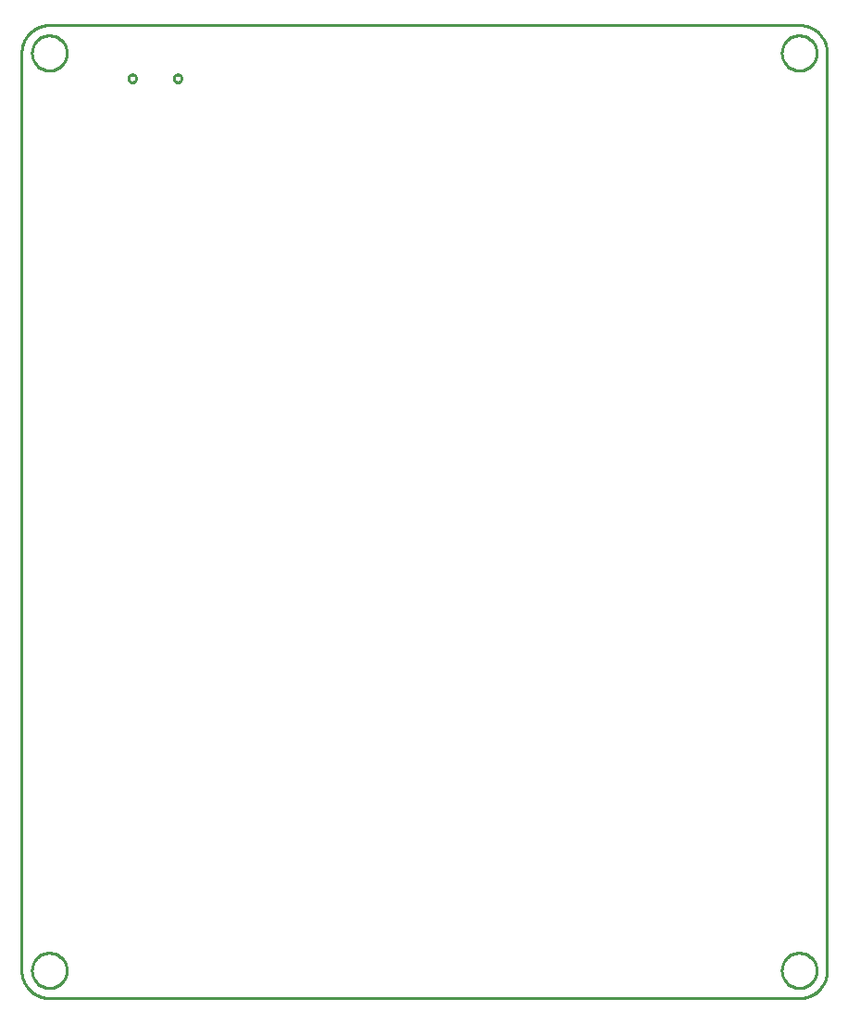
<source format=gbr>
G04 EAGLE Gerber RS-274X export*
G75*
%MOMM*%
%FSLAX34Y34*%
%LPD*%
%IN*%
%IPPOS*%
%AMOC8*
5,1,8,0,0,1.08239X$1,22.5*%
G01*
%ADD10C,0.000000*%
%ADD11C,0.254000*%
%ADD12C,0.254000*%


D10*
X9400Y25400D02*
X9405Y25793D01*
X9419Y26185D01*
X9443Y26577D01*
X9477Y26968D01*
X9520Y27359D01*
X9573Y27748D01*
X9636Y28135D01*
X9707Y28521D01*
X9789Y28906D01*
X9879Y29288D01*
X9980Y29667D01*
X10089Y30045D01*
X10208Y30419D01*
X10335Y30790D01*
X10472Y31158D01*
X10618Y31523D01*
X10773Y31884D01*
X10936Y32241D01*
X11108Y32594D01*
X11289Y32942D01*
X11479Y33286D01*
X11676Y33626D01*
X11882Y33960D01*
X12096Y34289D01*
X12319Y34613D01*
X12549Y34931D01*
X12786Y35244D01*
X13032Y35550D01*
X13285Y35851D01*
X13545Y36145D01*
X13812Y36433D01*
X14086Y36714D01*
X14367Y36988D01*
X14655Y37255D01*
X14949Y37515D01*
X15250Y37768D01*
X15556Y38014D01*
X15869Y38251D01*
X16187Y38481D01*
X16511Y38704D01*
X16840Y38918D01*
X17174Y39124D01*
X17514Y39321D01*
X17858Y39511D01*
X18206Y39692D01*
X18559Y39864D01*
X18916Y40027D01*
X19277Y40182D01*
X19642Y40328D01*
X20010Y40465D01*
X20381Y40592D01*
X20755Y40711D01*
X21133Y40820D01*
X21512Y40921D01*
X21894Y41011D01*
X22279Y41093D01*
X22665Y41164D01*
X23052Y41227D01*
X23441Y41280D01*
X23832Y41323D01*
X24223Y41357D01*
X24615Y41381D01*
X25007Y41395D01*
X25400Y41400D01*
X25793Y41395D01*
X26185Y41381D01*
X26577Y41357D01*
X26968Y41323D01*
X27359Y41280D01*
X27748Y41227D01*
X28135Y41164D01*
X28521Y41093D01*
X28906Y41011D01*
X29288Y40921D01*
X29667Y40820D01*
X30045Y40711D01*
X30419Y40592D01*
X30790Y40465D01*
X31158Y40328D01*
X31523Y40182D01*
X31884Y40027D01*
X32241Y39864D01*
X32594Y39692D01*
X32942Y39511D01*
X33286Y39321D01*
X33626Y39124D01*
X33960Y38918D01*
X34289Y38704D01*
X34613Y38481D01*
X34931Y38251D01*
X35244Y38014D01*
X35550Y37768D01*
X35851Y37515D01*
X36145Y37255D01*
X36433Y36988D01*
X36714Y36714D01*
X36988Y36433D01*
X37255Y36145D01*
X37515Y35851D01*
X37768Y35550D01*
X38014Y35244D01*
X38251Y34931D01*
X38481Y34613D01*
X38704Y34289D01*
X38918Y33960D01*
X39124Y33626D01*
X39321Y33286D01*
X39511Y32942D01*
X39692Y32594D01*
X39864Y32241D01*
X40027Y31884D01*
X40182Y31523D01*
X40328Y31158D01*
X40465Y30790D01*
X40592Y30419D01*
X40711Y30045D01*
X40820Y29667D01*
X40921Y29288D01*
X41011Y28906D01*
X41093Y28521D01*
X41164Y28135D01*
X41227Y27748D01*
X41280Y27359D01*
X41323Y26968D01*
X41357Y26577D01*
X41381Y26185D01*
X41395Y25793D01*
X41400Y25400D01*
X41395Y25007D01*
X41381Y24615D01*
X41357Y24223D01*
X41323Y23832D01*
X41280Y23441D01*
X41227Y23052D01*
X41164Y22665D01*
X41093Y22279D01*
X41011Y21894D01*
X40921Y21512D01*
X40820Y21133D01*
X40711Y20755D01*
X40592Y20381D01*
X40465Y20010D01*
X40328Y19642D01*
X40182Y19277D01*
X40027Y18916D01*
X39864Y18559D01*
X39692Y18206D01*
X39511Y17858D01*
X39321Y17514D01*
X39124Y17174D01*
X38918Y16840D01*
X38704Y16511D01*
X38481Y16187D01*
X38251Y15869D01*
X38014Y15556D01*
X37768Y15250D01*
X37515Y14949D01*
X37255Y14655D01*
X36988Y14367D01*
X36714Y14086D01*
X36433Y13812D01*
X36145Y13545D01*
X35851Y13285D01*
X35550Y13032D01*
X35244Y12786D01*
X34931Y12549D01*
X34613Y12319D01*
X34289Y12096D01*
X33960Y11882D01*
X33626Y11676D01*
X33286Y11479D01*
X32942Y11289D01*
X32594Y11108D01*
X32241Y10936D01*
X31884Y10773D01*
X31523Y10618D01*
X31158Y10472D01*
X30790Y10335D01*
X30419Y10208D01*
X30045Y10089D01*
X29667Y9980D01*
X29288Y9879D01*
X28906Y9789D01*
X28521Y9707D01*
X28135Y9636D01*
X27748Y9573D01*
X27359Y9520D01*
X26968Y9477D01*
X26577Y9443D01*
X26185Y9419D01*
X25793Y9405D01*
X25400Y9400D01*
X25007Y9405D01*
X24615Y9419D01*
X24223Y9443D01*
X23832Y9477D01*
X23441Y9520D01*
X23052Y9573D01*
X22665Y9636D01*
X22279Y9707D01*
X21894Y9789D01*
X21512Y9879D01*
X21133Y9980D01*
X20755Y10089D01*
X20381Y10208D01*
X20010Y10335D01*
X19642Y10472D01*
X19277Y10618D01*
X18916Y10773D01*
X18559Y10936D01*
X18206Y11108D01*
X17858Y11289D01*
X17514Y11479D01*
X17174Y11676D01*
X16840Y11882D01*
X16511Y12096D01*
X16187Y12319D01*
X15869Y12549D01*
X15556Y12786D01*
X15250Y13032D01*
X14949Y13285D01*
X14655Y13545D01*
X14367Y13812D01*
X14086Y14086D01*
X13812Y14367D01*
X13545Y14655D01*
X13285Y14949D01*
X13032Y15250D01*
X12786Y15556D01*
X12549Y15869D01*
X12319Y16187D01*
X12096Y16511D01*
X11882Y16840D01*
X11676Y17174D01*
X11479Y17514D01*
X11289Y17858D01*
X11108Y18206D01*
X10936Y18559D01*
X10773Y18916D01*
X10618Y19277D01*
X10472Y19642D01*
X10335Y20010D01*
X10208Y20381D01*
X10089Y20755D01*
X9980Y21133D01*
X9879Y21512D01*
X9789Y21894D01*
X9707Y22279D01*
X9636Y22665D01*
X9573Y23052D01*
X9520Y23441D01*
X9477Y23832D01*
X9443Y24223D01*
X9419Y24615D01*
X9405Y25007D01*
X9400Y25400D01*
X695200Y25400D02*
X695205Y25793D01*
X695219Y26185D01*
X695243Y26577D01*
X695277Y26968D01*
X695320Y27359D01*
X695373Y27748D01*
X695436Y28135D01*
X695507Y28521D01*
X695589Y28906D01*
X695679Y29288D01*
X695780Y29667D01*
X695889Y30045D01*
X696008Y30419D01*
X696135Y30790D01*
X696272Y31158D01*
X696418Y31523D01*
X696573Y31884D01*
X696736Y32241D01*
X696908Y32594D01*
X697089Y32942D01*
X697279Y33286D01*
X697476Y33626D01*
X697682Y33960D01*
X697896Y34289D01*
X698119Y34613D01*
X698349Y34931D01*
X698586Y35244D01*
X698832Y35550D01*
X699085Y35851D01*
X699345Y36145D01*
X699612Y36433D01*
X699886Y36714D01*
X700167Y36988D01*
X700455Y37255D01*
X700749Y37515D01*
X701050Y37768D01*
X701356Y38014D01*
X701669Y38251D01*
X701987Y38481D01*
X702311Y38704D01*
X702640Y38918D01*
X702974Y39124D01*
X703314Y39321D01*
X703658Y39511D01*
X704006Y39692D01*
X704359Y39864D01*
X704716Y40027D01*
X705077Y40182D01*
X705442Y40328D01*
X705810Y40465D01*
X706181Y40592D01*
X706555Y40711D01*
X706933Y40820D01*
X707312Y40921D01*
X707694Y41011D01*
X708079Y41093D01*
X708465Y41164D01*
X708852Y41227D01*
X709241Y41280D01*
X709632Y41323D01*
X710023Y41357D01*
X710415Y41381D01*
X710807Y41395D01*
X711200Y41400D01*
X711593Y41395D01*
X711985Y41381D01*
X712377Y41357D01*
X712768Y41323D01*
X713159Y41280D01*
X713548Y41227D01*
X713935Y41164D01*
X714321Y41093D01*
X714706Y41011D01*
X715088Y40921D01*
X715467Y40820D01*
X715845Y40711D01*
X716219Y40592D01*
X716590Y40465D01*
X716958Y40328D01*
X717323Y40182D01*
X717684Y40027D01*
X718041Y39864D01*
X718394Y39692D01*
X718742Y39511D01*
X719086Y39321D01*
X719426Y39124D01*
X719760Y38918D01*
X720089Y38704D01*
X720413Y38481D01*
X720731Y38251D01*
X721044Y38014D01*
X721350Y37768D01*
X721651Y37515D01*
X721945Y37255D01*
X722233Y36988D01*
X722514Y36714D01*
X722788Y36433D01*
X723055Y36145D01*
X723315Y35851D01*
X723568Y35550D01*
X723814Y35244D01*
X724051Y34931D01*
X724281Y34613D01*
X724504Y34289D01*
X724718Y33960D01*
X724924Y33626D01*
X725121Y33286D01*
X725311Y32942D01*
X725492Y32594D01*
X725664Y32241D01*
X725827Y31884D01*
X725982Y31523D01*
X726128Y31158D01*
X726265Y30790D01*
X726392Y30419D01*
X726511Y30045D01*
X726620Y29667D01*
X726721Y29288D01*
X726811Y28906D01*
X726893Y28521D01*
X726964Y28135D01*
X727027Y27748D01*
X727080Y27359D01*
X727123Y26968D01*
X727157Y26577D01*
X727181Y26185D01*
X727195Y25793D01*
X727200Y25400D01*
X727195Y25007D01*
X727181Y24615D01*
X727157Y24223D01*
X727123Y23832D01*
X727080Y23441D01*
X727027Y23052D01*
X726964Y22665D01*
X726893Y22279D01*
X726811Y21894D01*
X726721Y21512D01*
X726620Y21133D01*
X726511Y20755D01*
X726392Y20381D01*
X726265Y20010D01*
X726128Y19642D01*
X725982Y19277D01*
X725827Y18916D01*
X725664Y18559D01*
X725492Y18206D01*
X725311Y17858D01*
X725121Y17514D01*
X724924Y17174D01*
X724718Y16840D01*
X724504Y16511D01*
X724281Y16187D01*
X724051Y15869D01*
X723814Y15556D01*
X723568Y15250D01*
X723315Y14949D01*
X723055Y14655D01*
X722788Y14367D01*
X722514Y14086D01*
X722233Y13812D01*
X721945Y13545D01*
X721651Y13285D01*
X721350Y13032D01*
X721044Y12786D01*
X720731Y12549D01*
X720413Y12319D01*
X720089Y12096D01*
X719760Y11882D01*
X719426Y11676D01*
X719086Y11479D01*
X718742Y11289D01*
X718394Y11108D01*
X718041Y10936D01*
X717684Y10773D01*
X717323Y10618D01*
X716958Y10472D01*
X716590Y10335D01*
X716219Y10208D01*
X715845Y10089D01*
X715467Y9980D01*
X715088Y9879D01*
X714706Y9789D01*
X714321Y9707D01*
X713935Y9636D01*
X713548Y9573D01*
X713159Y9520D01*
X712768Y9477D01*
X712377Y9443D01*
X711985Y9419D01*
X711593Y9405D01*
X711200Y9400D01*
X710807Y9405D01*
X710415Y9419D01*
X710023Y9443D01*
X709632Y9477D01*
X709241Y9520D01*
X708852Y9573D01*
X708465Y9636D01*
X708079Y9707D01*
X707694Y9789D01*
X707312Y9879D01*
X706933Y9980D01*
X706555Y10089D01*
X706181Y10208D01*
X705810Y10335D01*
X705442Y10472D01*
X705077Y10618D01*
X704716Y10773D01*
X704359Y10936D01*
X704006Y11108D01*
X703658Y11289D01*
X703314Y11479D01*
X702974Y11676D01*
X702640Y11882D01*
X702311Y12096D01*
X701987Y12319D01*
X701669Y12549D01*
X701356Y12786D01*
X701050Y13032D01*
X700749Y13285D01*
X700455Y13545D01*
X700167Y13812D01*
X699886Y14086D01*
X699612Y14367D01*
X699345Y14655D01*
X699085Y14949D01*
X698832Y15250D01*
X698586Y15556D01*
X698349Y15869D01*
X698119Y16187D01*
X697896Y16511D01*
X697682Y16840D01*
X697476Y17174D01*
X697279Y17514D01*
X697089Y17858D01*
X696908Y18206D01*
X696736Y18559D01*
X696573Y18916D01*
X696418Y19277D01*
X696272Y19642D01*
X696135Y20010D01*
X696008Y20381D01*
X695889Y20755D01*
X695780Y21133D01*
X695679Y21512D01*
X695589Y21894D01*
X695507Y22279D01*
X695436Y22665D01*
X695373Y23052D01*
X695320Y23441D01*
X695277Y23832D01*
X695243Y24223D01*
X695219Y24615D01*
X695205Y25007D01*
X695200Y25400D01*
X695200Y863600D02*
X695205Y863993D01*
X695219Y864385D01*
X695243Y864777D01*
X695277Y865168D01*
X695320Y865559D01*
X695373Y865948D01*
X695436Y866335D01*
X695507Y866721D01*
X695589Y867106D01*
X695679Y867488D01*
X695780Y867867D01*
X695889Y868245D01*
X696008Y868619D01*
X696135Y868990D01*
X696272Y869358D01*
X696418Y869723D01*
X696573Y870084D01*
X696736Y870441D01*
X696908Y870794D01*
X697089Y871142D01*
X697279Y871486D01*
X697476Y871826D01*
X697682Y872160D01*
X697896Y872489D01*
X698119Y872813D01*
X698349Y873131D01*
X698586Y873444D01*
X698832Y873750D01*
X699085Y874051D01*
X699345Y874345D01*
X699612Y874633D01*
X699886Y874914D01*
X700167Y875188D01*
X700455Y875455D01*
X700749Y875715D01*
X701050Y875968D01*
X701356Y876214D01*
X701669Y876451D01*
X701987Y876681D01*
X702311Y876904D01*
X702640Y877118D01*
X702974Y877324D01*
X703314Y877521D01*
X703658Y877711D01*
X704006Y877892D01*
X704359Y878064D01*
X704716Y878227D01*
X705077Y878382D01*
X705442Y878528D01*
X705810Y878665D01*
X706181Y878792D01*
X706555Y878911D01*
X706933Y879020D01*
X707312Y879121D01*
X707694Y879211D01*
X708079Y879293D01*
X708465Y879364D01*
X708852Y879427D01*
X709241Y879480D01*
X709632Y879523D01*
X710023Y879557D01*
X710415Y879581D01*
X710807Y879595D01*
X711200Y879600D01*
X711593Y879595D01*
X711985Y879581D01*
X712377Y879557D01*
X712768Y879523D01*
X713159Y879480D01*
X713548Y879427D01*
X713935Y879364D01*
X714321Y879293D01*
X714706Y879211D01*
X715088Y879121D01*
X715467Y879020D01*
X715845Y878911D01*
X716219Y878792D01*
X716590Y878665D01*
X716958Y878528D01*
X717323Y878382D01*
X717684Y878227D01*
X718041Y878064D01*
X718394Y877892D01*
X718742Y877711D01*
X719086Y877521D01*
X719426Y877324D01*
X719760Y877118D01*
X720089Y876904D01*
X720413Y876681D01*
X720731Y876451D01*
X721044Y876214D01*
X721350Y875968D01*
X721651Y875715D01*
X721945Y875455D01*
X722233Y875188D01*
X722514Y874914D01*
X722788Y874633D01*
X723055Y874345D01*
X723315Y874051D01*
X723568Y873750D01*
X723814Y873444D01*
X724051Y873131D01*
X724281Y872813D01*
X724504Y872489D01*
X724718Y872160D01*
X724924Y871826D01*
X725121Y871486D01*
X725311Y871142D01*
X725492Y870794D01*
X725664Y870441D01*
X725827Y870084D01*
X725982Y869723D01*
X726128Y869358D01*
X726265Y868990D01*
X726392Y868619D01*
X726511Y868245D01*
X726620Y867867D01*
X726721Y867488D01*
X726811Y867106D01*
X726893Y866721D01*
X726964Y866335D01*
X727027Y865948D01*
X727080Y865559D01*
X727123Y865168D01*
X727157Y864777D01*
X727181Y864385D01*
X727195Y863993D01*
X727200Y863600D01*
X727195Y863207D01*
X727181Y862815D01*
X727157Y862423D01*
X727123Y862032D01*
X727080Y861641D01*
X727027Y861252D01*
X726964Y860865D01*
X726893Y860479D01*
X726811Y860094D01*
X726721Y859712D01*
X726620Y859333D01*
X726511Y858955D01*
X726392Y858581D01*
X726265Y858210D01*
X726128Y857842D01*
X725982Y857477D01*
X725827Y857116D01*
X725664Y856759D01*
X725492Y856406D01*
X725311Y856058D01*
X725121Y855714D01*
X724924Y855374D01*
X724718Y855040D01*
X724504Y854711D01*
X724281Y854387D01*
X724051Y854069D01*
X723814Y853756D01*
X723568Y853450D01*
X723315Y853149D01*
X723055Y852855D01*
X722788Y852567D01*
X722514Y852286D01*
X722233Y852012D01*
X721945Y851745D01*
X721651Y851485D01*
X721350Y851232D01*
X721044Y850986D01*
X720731Y850749D01*
X720413Y850519D01*
X720089Y850296D01*
X719760Y850082D01*
X719426Y849876D01*
X719086Y849679D01*
X718742Y849489D01*
X718394Y849308D01*
X718041Y849136D01*
X717684Y848973D01*
X717323Y848818D01*
X716958Y848672D01*
X716590Y848535D01*
X716219Y848408D01*
X715845Y848289D01*
X715467Y848180D01*
X715088Y848079D01*
X714706Y847989D01*
X714321Y847907D01*
X713935Y847836D01*
X713548Y847773D01*
X713159Y847720D01*
X712768Y847677D01*
X712377Y847643D01*
X711985Y847619D01*
X711593Y847605D01*
X711200Y847600D01*
X710807Y847605D01*
X710415Y847619D01*
X710023Y847643D01*
X709632Y847677D01*
X709241Y847720D01*
X708852Y847773D01*
X708465Y847836D01*
X708079Y847907D01*
X707694Y847989D01*
X707312Y848079D01*
X706933Y848180D01*
X706555Y848289D01*
X706181Y848408D01*
X705810Y848535D01*
X705442Y848672D01*
X705077Y848818D01*
X704716Y848973D01*
X704359Y849136D01*
X704006Y849308D01*
X703658Y849489D01*
X703314Y849679D01*
X702974Y849876D01*
X702640Y850082D01*
X702311Y850296D01*
X701987Y850519D01*
X701669Y850749D01*
X701356Y850986D01*
X701050Y851232D01*
X700749Y851485D01*
X700455Y851745D01*
X700167Y852012D01*
X699886Y852286D01*
X699612Y852567D01*
X699345Y852855D01*
X699085Y853149D01*
X698832Y853450D01*
X698586Y853756D01*
X698349Y854069D01*
X698119Y854387D01*
X697896Y854711D01*
X697682Y855040D01*
X697476Y855374D01*
X697279Y855714D01*
X697089Y856058D01*
X696908Y856406D01*
X696736Y856759D01*
X696573Y857116D01*
X696418Y857477D01*
X696272Y857842D01*
X696135Y858210D01*
X696008Y858581D01*
X695889Y858955D01*
X695780Y859333D01*
X695679Y859712D01*
X695589Y860094D01*
X695507Y860479D01*
X695436Y860865D01*
X695373Y861252D01*
X695320Y861641D01*
X695277Y862032D01*
X695243Y862423D01*
X695219Y862815D01*
X695205Y863207D01*
X695200Y863600D01*
X9400Y863600D02*
X9405Y863993D01*
X9419Y864385D01*
X9443Y864777D01*
X9477Y865168D01*
X9520Y865559D01*
X9573Y865948D01*
X9636Y866335D01*
X9707Y866721D01*
X9789Y867106D01*
X9879Y867488D01*
X9980Y867867D01*
X10089Y868245D01*
X10208Y868619D01*
X10335Y868990D01*
X10472Y869358D01*
X10618Y869723D01*
X10773Y870084D01*
X10936Y870441D01*
X11108Y870794D01*
X11289Y871142D01*
X11479Y871486D01*
X11676Y871826D01*
X11882Y872160D01*
X12096Y872489D01*
X12319Y872813D01*
X12549Y873131D01*
X12786Y873444D01*
X13032Y873750D01*
X13285Y874051D01*
X13545Y874345D01*
X13812Y874633D01*
X14086Y874914D01*
X14367Y875188D01*
X14655Y875455D01*
X14949Y875715D01*
X15250Y875968D01*
X15556Y876214D01*
X15869Y876451D01*
X16187Y876681D01*
X16511Y876904D01*
X16840Y877118D01*
X17174Y877324D01*
X17514Y877521D01*
X17858Y877711D01*
X18206Y877892D01*
X18559Y878064D01*
X18916Y878227D01*
X19277Y878382D01*
X19642Y878528D01*
X20010Y878665D01*
X20381Y878792D01*
X20755Y878911D01*
X21133Y879020D01*
X21512Y879121D01*
X21894Y879211D01*
X22279Y879293D01*
X22665Y879364D01*
X23052Y879427D01*
X23441Y879480D01*
X23832Y879523D01*
X24223Y879557D01*
X24615Y879581D01*
X25007Y879595D01*
X25400Y879600D01*
X25793Y879595D01*
X26185Y879581D01*
X26577Y879557D01*
X26968Y879523D01*
X27359Y879480D01*
X27748Y879427D01*
X28135Y879364D01*
X28521Y879293D01*
X28906Y879211D01*
X29288Y879121D01*
X29667Y879020D01*
X30045Y878911D01*
X30419Y878792D01*
X30790Y878665D01*
X31158Y878528D01*
X31523Y878382D01*
X31884Y878227D01*
X32241Y878064D01*
X32594Y877892D01*
X32942Y877711D01*
X33286Y877521D01*
X33626Y877324D01*
X33960Y877118D01*
X34289Y876904D01*
X34613Y876681D01*
X34931Y876451D01*
X35244Y876214D01*
X35550Y875968D01*
X35851Y875715D01*
X36145Y875455D01*
X36433Y875188D01*
X36714Y874914D01*
X36988Y874633D01*
X37255Y874345D01*
X37515Y874051D01*
X37768Y873750D01*
X38014Y873444D01*
X38251Y873131D01*
X38481Y872813D01*
X38704Y872489D01*
X38918Y872160D01*
X39124Y871826D01*
X39321Y871486D01*
X39511Y871142D01*
X39692Y870794D01*
X39864Y870441D01*
X40027Y870084D01*
X40182Y869723D01*
X40328Y869358D01*
X40465Y868990D01*
X40592Y868619D01*
X40711Y868245D01*
X40820Y867867D01*
X40921Y867488D01*
X41011Y867106D01*
X41093Y866721D01*
X41164Y866335D01*
X41227Y865948D01*
X41280Y865559D01*
X41323Y865168D01*
X41357Y864777D01*
X41381Y864385D01*
X41395Y863993D01*
X41400Y863600D01*
X41395Y863207D01*
X41381Y862815D01*
X41357Y862423D01*
X41323Y862032D01*
X41280Y861641D01*
X41227Y861252D01*
X41164Y860865D01*
X41093Y860479D01*
X41011Y860094D01*
X40921Y859712D01*
X40820Y859333D01*
X40711Y858955D01*
X40592Y858581D01*
X40465Y858210D01*
X40328Y857842D01*
X40182Y857477D01*
X40027Y857116D01*
X39864Y856759D01*
X39692Y856406D01*
X39511Y856058D01*
X39321Y855714D01*
X39124Y855374D01*
X38918Y855040D01*
X38704Y854711D01*
X38481Y854387D01*
X38251Y854069D01*
X38014Y853756D01*
X37768Y853450D01*
X37515Y853149D01*
X37255Y852855D01*
X36988Y852567D01*
X36714Y852286D01*
X36433Y852012D01*
X36145Y851745D01*
X35851Y851485D01*
X35550Y851232D01*
X35244Y850986D01*
X34931Y850749D01*
X34613Y850519D01*
X34289Y850296D01*
X33960Y850082D01*
X33626Y849876D01*
X33286Y849679D01*
X32942Y849489D01*
X32594Y849308D01*
X32241Y849136D01*
X31884Y848973D01*
X31523Y848818D01*
X31158Y848672D01*
X30790Y848535D01*
X30419Y848408D01*
X30045Y848289D01*
X29667Y848180D01*
X29288Y848079D01*
X28906Y847989D01*
X28521Y847907D01*
X28135Y847836D01*
X27748Y847773D01*
X27359Y847720D01*
X26968Y847677D01*
X26577Y847643D01*
X26185Y847619D01*
X25793Y847605D01*
X25400Y847600D01*
X25007Y847605D01*
X24615Y847619D01*
X24223Y847643D01*
X23832Y847677D01*
X23441Y847720D01*
X23052Y847773D01*
X22665Y847836D01*
X22279Y847907D01*
X21894Y847989D01*
X21512Y848079D01*
X21133Y848180D01*
X20755Y848289D01*
X20381Y848408D01*
X20010Y848535D01*
X19642Y848672D01*
X19277Y848818D01*
X18916Y848973D01*
X18559Y849136D01*
X18206Y849308D01*
X17858Y849489D01*
X17514Y849679D01*
X17174Y849876D01*
X16840Y850082D01*
X16511Y850296D01*
X16187Y850519D01*
X15869Y850749D01*
X15556Y850986D01*
X15250Y851232D01*
X14949Y851485D01*
X14655Y851745D01*
X14367Y852012D01*
X14086Y852286D01*
X13812Y852567D01*
X13545Y852855D01*
X13285Y853149D01*
X13032Y853450D01*
X12786Y853756D01*
X12549Y854069D01*
X12319Y854387D01*
X12096Y854711D01*
X11882Y855040D01*
X11676Y855374D01*
X11479Y855714D01*
X11289Y856058D01*
X11108Y856406D01*
X10936Y856759D01*
X10773Y857116D01*
X10618Y857477D01*
X10472Y857842D01*
X10335Y858210D01*
X10208Y858581D01*
X10089Y858955D01*
X9980Y859333D01*
X9879Y859712D01*
X9789Y860094D01*
X9707Y860479D01*
X9636Y860865D01*
X9573Y861252D01*
X9520Y861641D01*
X9477Y862032D01*
X9443Y862423D01*
X9419Y862815D01*
X9405Y863207D01*
X9400Y863600D01*
D11*
X0Y25400D02*
X7Y24786D01*
X30Y24173D01*
X67Y23560D01*
X119Y22949D01*
X185Y22338D01*
X267Y21730D01*
X363Y21124D01*
X473Y20520D01*
X598Y19919D01*
X738Y19321D01*
X892Y18727D01*
X1061Y18137D01*
X1243Y17551D01*
X1440Y16970D01*
X1651Y16393D01*
X1875Y15822D01*
X2113Y15256D01*
X2365Y14696D01*
X2631Y14143D01*
X2909Y13596D01*
X3201Y13056D01*
X3506Y12523D01*
X3824Y11998D01*
X4154Y11480D01*
X4496Y10971D01*
X4851Y10470D01*
X5218Y9978D01*
X5596Y9495D01*
X5986Y9021D01*
X6388Y8557D01*
X6800Y8102D01*
X7224Y7658D01*
X7658Y7224D01*
X8102Y6800D01*
X8557Y6388D01*
X9021Y5986D01*
X9495Y5596D01*
X9978Y5218D01*
X10470Y4851D01*
X10971Y4496D01*
X11480Y4154D01*
X11998Y3824D01*
X12523Y3506D01*
X13056Y3201D01*
X13596Y2909D01*
X14143Y2631D01*
X14696Y2365D01*
X15256Y2113D01*
X15822Y1875D01*
X16393Y1651D01*
X16970Y1440D01*
X17551Y1243D01*
X18137Y1061D01*
X18727Y892D01*
X19321Y738D01*
X19919Y598D01*
X20520Y473D01*
X21124Y363D01*
X21730Y267D01*
X22338Y185D01*
X22949Y119D01*
X23560Y67D01*
X24173Y30D01*
X24786Y7D01*
X25400Y0D01*
X0Y25400D02*
X0Y863600D01*
X7Y864214D01*
X30Y864827D01*
X67Y865440D01*
X119Y866051D01*
X185Y866662D01*
X267Y867270D01*
X363Y867876D01*
X473Y868480D01*
X598Y869081D01*
X738Y869679D01*
X892Y870273D01*
X1061Y870863D01*
X1243Y871449D01*
X1440Y872030D01*
X1651Y872607D01*
X1875Y873178D01*
X2113Y873744D01*
X2365Y874304D01*
X2631Y874857D01*
X2909Y875404D01*
X3201Y875944D01*
X3506Y876477D01*
X3824Y877002D01*
X4154Y877520D01*
X4496Y878029D01*
X4851Y878530D01*
X5218Y879022D01*
X5596Y879505D01*
X5986Y879979D01*
X6388Y880443D01*
X6800Y880898D01*
X7224Y881342D01*
X7658Y881776D01*
X8102Y882200D01*
X8557Y882612D01*
X9021Y883014D01*
X9495Y883404D01*
X9978Y883782D01*
X10470Y884149D01*
X10971Y884504D01*
X11480Y884846D01*
X11998Y885176D01*
X12523Y885494D01*
X13056Y885799D01*
X13596Y886091D01*
X14143Y886369D01*
X14696Y886635D01*
X15256Y886887D01*
X15822Y887125D01*
X16393Y887349D01*
X16970Y887560D01*
X17551Y887757D01*
X18137Y887939D01*
X18727Y888108D01*
X19321Y888262D01*
X19919Y888402D01*
X20520Y888527D01*
X21124Y888637D01*
X21730Y888733D01*
X22338Y888815D01*
X22949Y888881D01*
X23560Y888933D01*
X24173Y888970D01*
X24786Y888993D01*
X25400Y889000D01*
X711200Y889000D01*
X711200Y0D02*
X25400Y0D01*
X711200Y0D02*
X711814Y7D01*
X712427Y30D01*
X713040Y67D01*
X713651Y119D01*
X714262Y185D01*
X714870Y267D01*
X715476Y363D01*
X716080Y473D01*
X716681Y598D01*
X717279Y738D01*
X717873Y892D01*
X718463Y1061D01*
X719049Y1243D01*
X719630Y1440D01*
X720207Y1651D01*
X720778Y1875D01*
X721344Y2113D01*
X721904Y2365D01*
X722457Y2631D01*
X723004Y2909D01*
X723544Y3201D01*
X724077Y3506D01*
X724602Y3824D01*
X725120Y4154D01*
X725629Y4496D01*
X726130Y4851D01*
X726622Y5218D01*
X727105Y5596D01*
X727579Y5986D01*
X728043Y6388D01*
X728498Y6800D01*
X728942Y7224D01*
X729376Y7658D01*
X729800Y8102D01*
X730212Y8557D01*
X730614Y9021D01*
X731004Y9495D01*
X731382Y9978D01*
X731749Y10470D01*
X732104Y10971D01*
X732446Y11480D01*
X732776Y11998D01*
X733094Y12523D01*
X733399Y13056D01*
X733691Y13596D01*
X733969Y14143D01*
X734235Y14696D01*
X734487Y15256D01*
X734725Y15822D01*
X734949Y16393D01*
X735160Y16970D01*
X735357Y17551D01*
X735539Y18137D01*
X735708Y18727D01*
X735862Y19321D01*
X736002Y19919D01*
X736127Y20520D01*
X736237Y21124D01*
X736333Y21730D01*
X736415Y22338D01*
X736481Y22949D01*
X736533Y23560D01*
X736570Y24173D01*
X736593Y24786D01*
X736600Y25400D01*
X736600Y863600D01*
X736593Y864214D01*
X736570Y864827D01*
X736533Y865440D01*
X736481Y866051D01*
X736415Y866662D01*
X736333Y867270D01*
X736237Y867876D01*
X736127Y868480D01*
X736002Y869081D01*
X735862Y869679D01*
X735708Y870273D01*
X735539Y870863D01*
X735357Y871449D01*
X735160Y872030D01*
X734949Y872607D01*
X734725Y873178D01*
X734487Y873744D01*
X734235Y874304D01*
X733969Y874857D01*
X733691Y875404D01*
X733399Y875944D01*
X733094Y876477D01*
X732776Y877002D01*
X732446Y877520D01*
X732104Y878029D01*
X731749Y878530D01*
X731382Y879022D01*
X731004Y879505D01*
X730614Y879979D01*
X730212Y880443D01*
X729800Y880898D01*
X729376Y881342D01*
X728942Y881776D01*
X728498Y882200D01*
X728043Y882612D01*
X727579Y883014D01*
X727105Y883404D01*
X726622Y883782D01*
X726130Y884149D01*
X725629Y884504D01*
X725120Y884846D01*
X724602Y885176D01*
X724077Y885494D01*
X723544Y885799D01*
X723004Y886091D01*
X722457Y886369D01*
X721904Y886635D01*
X721344Y886887D01*
X720778Y887125D01*
X720207Y887349D01*
X719630Y887560D01*
X719049Y887757D01*
X718463Y887939D01*
X717873Y888108D01*
X717279Y888262D01*
X716681Y888402D01*
X716080Y888527D01*
X715476Y888637D01*
X714870Y888733D01*
X714262Y888815D01*
X713651Y888881D01*
X713040Y888933D01*
X712427Y888970D01*
X711814Y888993D01*
X711200Y889000D01*
D10*
X139170Y840370D02*
X139172Y840488D01*
X139178Y840606D01*
X139188Y840724D01*
X139202Y840841D01*
X139220Y840958D01*
X139242Y841075D01*
X139267Y841190D01*
X139297Y841304D01*
X139331Y841418D01*
X139368Y841530D01*
X139409Y841641D01*
X139454Y841750D01*
X139502Y841858D01*
X139554Y841964D01*
X139610Y842069D01*
X139669Y842171D01*
X139731Y842271D01*
X139797Y842369D01*
X139866Y842465D01*
X139939Y842559D01*
X140014Y842650D01*
X140093Y842738D01*
X140174Y842824D01*
X140259Y842907D01*
X140346Y842987D01*
X140435Y843064D01*
X140528Y843138D01*
X140622Y843208D01*
X140719Y843276D01*
X140819Y843340D01*
X140920Y843401D01*
X141023Y843458D01*
X141129Y843512D01*
X141236Y843563D01*
X141344Y843609D01*
X141454Y843652D01*
X141566Y843691D01*
X141679Y843727D01*
X141793Y843758D01*
X141908Y843786D01*
X142023Y843810D01*
X142140Y843830D01*
X142257Y843846D01*
X142375Y843858D01*
X142493Y843866D01*
X142611Y843870D01*
X142729Y843870D01*
X142847Y843866D01*
X142965Y843858D01*
X143083Y843846D01*
X143200Y843830D01*
X143317Y843810D01*
X143432Y843786D01*
X143547Y843758D01*
X143661Y843727D01*
X143774Y843691D01*
X143886Y843652D01*
X143996Y843609D01*
X144104Y843563D01*
X144211Y843512D01*
X144317Y843458D01*
X144420Y843401D01*
X144521Y843340D01*
X144621Y843276D01*
X144718Y843208D01*
X144812Y843138D01*
X144905Y843064D01*
X144994Y842987D01*
X145081Y842907D01*
X145166Y842824D01*
X145247Y842738D01*
X145326Y842650D01*
X145401Y842559D01*
X145474Y842465D01*
X145543Y842369D01*
X145609Y842271D01*
X145671Y842171D01*
X145730Y842069D01*
X145786Y841964D01*
X145838Y841858D01*
X145886Y841750D01*
X145931Y841641D01*
X145972Y841530D01*
X146009Y841418D01*
X146043Y841304D01*
X146073Y841190D01*
X146098Y841075D01*
X146120Y840958D01*
X146138Y840841D01*
X146152Y840724D01*
X146162Y840606D01*
X146168Y840488D01*
X146170Y840370D01*
X146168Y840252D01*
X146162Y840134D01*
X146152Y840016D01*
X146138Y839899D01*
X146120Y839782D01*
X146098Y839665D01*
X146073Y839550D01*
X146043Y839436D01*
X146009Y839322D01*
X145972Y839210D01*
X145931Y839099D01*
X145886Y838990D01*
X145838Y838882D01*
X145786Y838776D01*
X145730Y838671D01*
X145671Y838569D01*
X145609Y838469D01*
X145543Y838371D01*
X145474Y838275D01*
X145401Y838181D01*
X145326Y838090D01*
X145247Y838002D01*
X145166Y837916D01*
X145081Y837833D01*
X144994Y837753D01*
X144905Y837676D01*
X144812Y837602D01*
X144718Y837532D01*
X144621Y837464D01*
X144521Y837400D01*
X144420Y837339D01*
X144317Y837282D01*
X144211Y837228D01*
X144104Y837177D01*
X143996Y837131D01*
X143886Y837088D01*
X143774Y837049D01*
X143661Y837013D01*
X143547Y836982D01*
X143432Y836954D01*
X143317Y836930D01*
X143200Y836910D01*
X143083Y836894D01*
X142965Y836882D01*
X142847Y836874D01*
X142729Y836870D01*
X142611Y836870D01*
X142493Y836874D01*
X142375Y836882D01*
X142257Y836894D01*
X142140Y836910D01*
X142023Y836930D01*
X141908Y836954D01*
X141793Y836982D01*
X141679Y837013D01*
X141566Y837049D01*
X141454Y837088D01*
X141344Y837131D01*
X141236Y837177D01*
X141129Y837228D01*
X141023Y837282D01*
X140920Y837339D01*
X140819Y837400D01*
X140719Y837464D01*
X140622Y837532D01*
X140528Y837602D01*
X140435Y837676D01*
X140346Y837753D01*
X140259Y837833D01*
X140174Y837916D01*
X140093Y838002D01*
X140014Y838090D01*
X139939Y838181D01*
X139866Y838275D01*
X139797Y838371D01*
X139731Y838469D01*
X139669Y838569D01*
X139610Y838671D01*
X139554Y838776D01*
X139502Y838882D01*
X139454Y838990D01*
X139409Y839099D01*
X139368Y839210D01*
X139331Y839322D01*
X139297Y839436D01*
X139267Y839550D01*
X139242Y839665D01*
X139220Y839782D01*
X139202Y839899D01*
X139188Y840016D01*
X139178Y840134D01*
X139172Y840252D01*
X139170Y840370D01*
X97670Y840370D02*
X97672Y840488D01*
X97678Y840606D01*
X97688Y840724D01*
X97702Y840841D01*
X97720Y840958D01*
X97742Y841075D01*
X97767Y841190D01*
X97797Y841304D01*
X97831Y841418D01*
X97868Y841530D01*
X97909Y841641D01*
X97954Y841750D01*
X98002Y841858D01*
X98054Y841964D01*
X98110Y842069D01*
X98169Y842171D01*
X98231Y842271D01*
X98297Y842369D01*
X98366Y842465D01*
X98439Y842559D01*
X98514Y842650D01*
X98593Y842738D01*
X98674Y842824D01*
X98759Y842907D01*
X98846Y842987D01*
X98935Y843064D01*
X99028Y843138D01*
X99122Y843208D01*
X99219Y843276D01*
X99319Y843340D01*
X99420Y843401D01*
X99523Y843458D01*
X99629Y843512D01*
X99736Y843563D01*
X99844Y843609D01*
X99954Y843652D01*
X100066Y843691D01*
X100179Y843727D01*
X100293Y843758D01*
X100408Y843786D01*
X100523Y843810D01*
X100640Y843830D01*
X100757Y843846D01*
X100875Y843858D01*
X100993Y843866D01*
X101111Y843870D01*
X101229Y843870D01*
X101347Y843866D01*
X101465Y843858D01*
X101583Y843846D01*
X101700Y843830D01*
X101817Y843810D01*
X101932Y843786D01*
X102047Y843758D01*
X102161Y843727D01*
X102274Y843691D01*
X102386Y843652D01*
X102496Y843609D01*
X102604Y843563D01*
X102711Y843512D01*
X102817Y843458D01*
X102920Y843401D01*
X103021Y843340D01*
X103121Y843276D01*
X103218Y843208D01*
X103312Y843138D01*
X103405Y843064D01*
X103494Y842987D01*
X103581Y842907D01*
X103666Y842824D01*
X103747Y842738D01*
X103826Y842650D01*
X103901Y842559D01*
X103974Y842465D01*
X104043Y842369D01*
X104109Y842271D01*
X104171Y842171D01*
X104230Y842069D01*
X104286Y841964D01*
X104338Y841858D01*
X104386Y841750D01*
X104431Y841641D01*
X104472Y841530D01*
X104509Y841418D01*
X104543Y841304D01*
X104573Y841190D01*
X104598Y841075D01*
X104620Y840958D01*
X104638Y840841D01*
X104652Y840724D01*
X104662Y840606D01*
X104668Y840488D01*
X104670Y840370D01*
X104668Y840252D01*
X104662Y840134D01*
X104652Y840016D01*
X104638Y839899D01*
X104620Y839782D01*
X104598Y839665D01*
X104573Y839550D01*
X104543Y839436D01*
X104509Y839322D01*
X104472Y839210D01*
X104431Y839099D01*
X104386Y838990D01*
X104338Y838882D01*
X104286Y838776D01*
X104230Y838671D01*
X104171Y838569D01*
X104109Y838469D01*
X104043Y838371D01*
X103974Y838275D01*
X103901Y838181D01*
X103826Y838090D01*
X103747Y838002D01*
X103666Y837916D01*
X103581Y837833D01*
X103494Y837753D01*
X103405Y837676D01*
X103312Y837602D01*
X103218Y837532D01*
X103121Y837464D01*
X103021Y837400D01*
X102920Y837339D01*
X102817Y837282D01*
X102711Y837228D01*
X102604Y837177D01*
X102496Y837131D01*
X102386Y837088D01*
X102274Y837049D01*
X102161Y837013D01*
X102047Y836982D01*
X101932Y836954D01*
X101817Y836930D01*
X101700Y836910D01*
X101583Y836894D01*
X101465Y836882D01*
X101347Y836874D01*
X101229Y836870D01*
X101111Y836870D01*
X100993Y836874D01*
X100875Y836882D01*
X100757Y836894D01*
X100640Y836910D01*
X100523Y836930D01*
X100408Y836954D01*
X100293Y836982D01*
X100179Y837013D01*
X100066Y837049D01*
X99954Y837088D01*
X99844Y837131D01*
X99736Y837177D01*
X99629Y837228D01*
X99523Y837282D01*
X99420Y837339D01*
X99319Y837400D01*
X99219Y837464D01*
X99122Y837532D01*
X99028Y837602D01*
X98935Y837676D01*
X98846Y837753D01*
X98759Y837833D01*
X98674Y837916D01*
X98593Y838002D01*
X98514Y838090D01*
X98439Y838181D01*
X98366Y838275D01*
X98297Y838371D01*
X98231Y838469D01*
X98169Y838569D01*
X98110Y838671D01*
X98054Y838776D01*
X98002Y838882D01*
X97954Y838990D01*
X97909Y839099D01*
X97868Y839210D01*
X97831Y839322D01*
X97797Y839436D01*
X97767Y839550D01*
X97742Y839665D01*
X97720Y839782D01*
X97702Y839899D01*
X97688Y840016D01*
X97678Y840134D01*
X97672Y840252D01*
X97670Y840370D01*
D12*
X0Y25400D02*
X97Y23186D01*
X386Y20989D01*
X865Y18826D01*
X1532Y16713D01*
X2380Y14666D01*
X3403Y12700D01*
X4594Y10831D01*
X5942Y9073D01*
X7440Y7440D01*
X9073Y5942D01*
X10831Y4594D01*
X12700Y3403D01*
X14666Y2380D01*
X16713Y1532D01*
X18826Y865D01*
X20989Y386D01*
X23186Y97D01*
X25400Y0D01*
X711200Y0D01*
X713414Y97D01*
X715611Y386D01*
X717774Y865D01*
X719887Y1532D01*
X721935Y2380D01*
X723900Y3403D01*
X725769Y4594D01*
X727527Y5942D01*
X729161Y7440D01*
X730658Y9073D01*
X732006Y10831D01*
X733197Y12700D01*
X734220Y14666D01*
X735068Y16713D01*
X735735Y18826D01*
X736214Y20989D01*
X736503Y23186D01*
X736600Y25400D01*
X736600Y863600D01*
X736503Y865814D01*
X736214Y868011D01*
X735735Y870174D01*
X735068Y872287D01*
X734220Y874335D01*
X733197Y876300D01*
X732006Y878169D01*
X730658Y879927D01*
X729161Y881561D01*
X727527Y883058D01*
X725769Y884406D01*
X723900Y885597D01*
X721935Y886620D01*
X719887Y887468D01*
X717774Y888135D01*
X715611Y888614D01*
X713414Y888903D01*
X711200Y889000D01*
X25400Y889000D01*
X23186Y888903D01*
X20989Y888614D01*
X18826Y888135D01*
X16713Y887468D01*
X14666Y886620D01*
X12700Y885597D01*
X10831Y884406D01*
X9073Y883058D01*
X7440Y881561D01*
X5942Y879927D01*
X4594Y878169D01*
X3403Y876300D01*
X2380Y874335D01*
X1532Y872287D01*
X865Y870174D01*
X386Y868011D01*
X97Y865814D01*
X0Y863600D01*
X0Y25400D01*
X41400Y24876D02*
X41332Y23831D01*
X41195Y22792D01*
X40990Y21765D01*
X40719Y20753D01*
X40383Y19761D01*
X39982Y18793D01*
X39518Y17854D01*
X38995Y16946D01*
X38413Y16075D01*
X37775Y15244D01*
X37084Y14457D01*
X36343Y13716D01*
X35556Y13025D01*
X34725Y12388D01*
X33854Y11806D01*
X32946Y11282D01*
X32007Y10818D01*
X31039Y10417D01*
X30047Y10081D01*
X29035Y9810D01*
X28008Y9605D01*
X26969Y9469D01*
X25924Y9400D01*
X24876Y9400D01*
X23831Y9469D01*
X22792Y9605D01*
X21765Y9810D01*
X20753Y10081D01*
X19761Y10417D01*
X18793Y10818D01*
X17854Y11282D01*
X16946Y11806D01*
X16075Y12388D01*
X15244Y13025D01*
X14457Y13716D01*
X13716Y14457D01*
X13025Y15244D01*
X12388Y16075D01*
X11806Y16946D01*
X11282Y17854D01*
X10818Y18793D01*
X10417Y19761D01*
X10081Y20753D01*
X9810Y21765D01*
X9605Y22792D01*
X9469Y23831D01*
X9400Y24876D01*
X9400Y25924D01*
X9469Y26969D01*
X9605Y28008D01*
X9810Y29035D01*
X10081Y30047D01*
X10417Y31039D01*
X10818Y32007D01*
X11282Y32946D01*
X11806Y33854D01*
X12388Y34725D01*
X13025Y35556D01*
X13716Y36343D01*
X14457Y37084D01*
X15244Y37775D01*
X16075Y38413D01*
X16946Y38995D01*
X17854Y39518D01*
X18793Y39982D01*
X19761Y40383D01*
X20753Y40719D01*
X21765Y40990D01*
X22792Y41195D01*
X23831Y41332D01*
X24876Y41400D01*
X25924Y41400D01*
X26969Y41332D01*
X28008Y41195D01*
X29035Y40990D01*
X30047Y40719D01*
X31039Y40383D01*
X32007Y39982D01*
X32946Y39518D01*
X33854Y38995D01*
X34725Y38413D01*
X35556Y37775D01*
X36343Y37084D01*
X37084Y36343D01*
X37775Y35556D01*
X38413Y34725D01*
X38995Y33854D01*
X39518Y32946D01*
X39982Y32007D01*
X40383Y31039D01*
X40719Y30047D01*
X40990Y29035D01*
X41195Y28008D01*
X41332Y26969D01*
X41400Y25924D01*
X41400Y24876D01*
X727200Y24876D02*
X727132Y23831D01*
X726995Y22792D01*
X726790Y21765D01*
X726519Y20753D01*
X726183Y19761D01*
X725782Y18793D01*
X725318Y17854D01*
X724795Y16946D01*
X724213Y16075D01*
X723575Y15244D01*
X722884Y14457D01*
X722143Y13716D01*
X721356Y13025D01*
X720525Y12388D01*
X719654Y11806D01*
X718746Y11282D01*
X717807Y10818D01*
X716839Y10417D01*
X715847Y10081D01*
X714835Y9810D01*
X713808Y9605D01*
X712769Y9469D01*
X711724Y9400D01*
X710676Y9400D01*
X709631Y9469D01*
X708592Y9605D01*
X707565Y9810D01*
X706553Y10081D01*
X705561Y10417D01*
X704593Y10818D01*
X703654Y11282D01*
X702746Y11806D01*
X701875Y12388D01*
X701044Y13025D01*
X700257Y13716D01*
X699516Y14457D01*
X698825Y15244D01*
X698188Y16075D01*
X697606Y16946D01*
X697082Y17854D01*
X696618Y18793D01*
X696217Y19761D01*
X695881Y20753D01*
X695610Y21765D01*
X695405Y22792D01*
X695269Y23831D01*
X695200Y24876D01*
X695200Y25924D01*
X695269Y26969D01*
X695405Y28008D01*
X695610Y29035D01*
X695881Y30047D01*
X696217Y31039D01*
X696618Y32007D01*
X697082Y32946D01*
X697606Y33854D01*
X698188Y34725D01*
X698825Y35556D01*
X699516Y36343D01*
X700257Y37084D01*
X701044Y37775D01*
X701875Y38413D01*
X702746Y38995D01*
X703654Y39518D01*
X704593Y39982D01*
X705561Y40383D01*
X706553Y40719D01*
X707565Y40990D01*
X708592Y41195D01*
X709631Y41332D01*
X710676Y41400D01*
X711724Y41400D01*
X712769Y41332D01*
X713808Y41195D01*
X714835Y40990D01*
X715847Y40719D01*
X716839Y40383D01*
X717807Y39982D01*
X718746Y39518D01*
X719654Y38995D01*
X720525Y38413D01*
X721356Y37775D01*
X722143Y37084D01*
X722884Y36343D01*
X723575Y35556D01*
X724213Y34725D01*
X724795Y33854D01*
X725318Y32946D01*
X725782Y32007D01*
X726183Y31039D01*
X726519Y30047D01*
X726790Y29035D01*
X726995Y28008D01*
X727132Y26969D01*
X727200Y25924D01*
X727200Y24876D01*
X727200Y863076D02*
X727132Y862031D01*
X726995Y860992D01*
X726790Y859965D01*
X726519Y858953D01*
X726183Y857961D01*
X725782Y856993D01*
X725318Y856054D01*
X724795Y855146D01*
X724213Y854275D01*
X723575Y853444D01*
X722884Y852657D01*
X722143Y851916D01*
X721356Y851225D01*
X720525Y850588D01*
X719654Y850006D01*
X718746Y849482D01*
X717807Y849018D01*
X716839Y848617D01*
X715847Y848281D01*
X714835Y848010D01*
X713808Y847805D01*
X712769Y847669D01*
X711724Y847600D01*
X710676Y847600D01*
X709631Y847669D01*
X708592Y847805D01*
X707565Y848010D01*
X706553Y848281D01*
X705561Y848617D01*
X704593Y849018D01*
X703654Y849482D01*
X702746Y850006D01*
X701875Y850588D01*
X701044Y851225D01*
X700257Y851916D01*
X699516Y852657D01*
X698825Y853444D01*
X698188Y854275D01*
X697606Y855146D01*
X697082Y856054D01*
X696618Y856993D01*
X696217Y857961D01*
X695881Y858953D01*
X695610Y859965D01*
X695405Y860992D01*
X695269Y862031D01*
X695200Y863076D01*
X695200Y864124D01*
X695269Y865169D01*
X695405Y866208D01*
X695610Y867235D01*
X695881Y868247D01*
X696217Y869239D01*
X696618Y870207D01*
X697082Y871146D01*
X697606Y872054D01*
X698188Y872925D01*
X698825Y873756D01*
X699516Y874543D01*
X700257Y875284D01*
X701044Y875975D01*
X701875Y876613D01*
X702746Y877195D01*
X703654Y877718D01*
X704593Y878182D01*
X705561Y878583D01*
X706553Y878919D01*
X707565Y879190D01*
X708592Y879395D01*
X709631Y879532D01*
X710676Y879600D01*
X711724Y879600D01*
X712769Y879532D01*
X713808Y879395D01*
X714835Y879190D01*
X715847Y878919D01*
X716839Y878583D01*
X717807Y878182D01*
X718746Y877718D01*
X719654Y877195D01*
X720525Y876613D01*
X721356Y875975D01*
X722143Y875284D01*
X722884Y874543D01*
X723575Y873756D01*
X724213Y872925D01*
X724795Y872054D01*
X725318Y871146D01*
X725782Y870207D01*
X726183Y869239D01*
X726519Y868247D01*
X726790Y867235D01*
X726995Y866208D01*
X727132Y865169D01*
X727200Y864124D01*
X727200Y863076D01*
X41400Y863076D02*
X41332Y862031D01*
X41195Y860992D01*
X40990Y859965D01*
X40719Y858953D01*
X40383Y857961D01*
X39982Y856993D01*
X39518Y856054D01*
X38995Y855146D01*
X38413Y854275D01*
X37775Y853444D01*
X37084Y852657D01*
X36343Y851916D01*
X35556Y851225D01*
X34725Y850588D01*
X33854Y850006D01*
X32946Y849482D01*
X32007Y849018D01*
X31039Y848617D01*
X30047Y848281D01*
X29035Y848010D01*
X28008Y847805D01*
X26969Y847669D01*
X25924Y847600D01*
X24876Y847600D01*
X23831Y847669D01*
X22792Y847805D01*
X21765Y848010D01*
X20753Y848281D01*
X19761Y848617D01*
X18793Y849018D01*
X17854Y849482D01*
X16946Y850006D01*
X16075Y850588D01*
X15244Y851225D01*
X14457Y851916D01*
X13716Y852657D01*
X13025Y853444D01*
X12388Y854275D01*
X11806Y855146D01*
X11282Y856054D01*
X10818Y856993D01*
X10417Y857961D01*
X10081Y858953D01*
X9810Y859965D01*
X9605Y860992D01*
X9469Y862031D01*
X9400Y863076D01*
X9400Y864124D01*
X9469Y865169D01*
X9605Y866208D01*
X9810Y867235D01*
X10081Y868247D01*
X10417Y869239D01*
X10818Y870207D01*
X11282Y871146D01*
X11806Y872054D01*
X12388Y872925D01*
X13025Y873756D01*
X13716Y874543D01*
X14457Y875284D01*
X15244Y875975D01*
X16075Y876613D01*
X16946Y877195D01*
X17854Y877718D01*
X18793Y878182D01*
X19761Y878583D01*
X20753Y878919D01*
X21765Y879190D01*
X22792Y879395D01*
X23831Y879532D01*
X24876Y879600D01*
X25924Y879600D01*
X26969Y879532D01*
X28008Y879395D01*
X29035Y879190D01*
X30047Y878919D01*
X31039Y878583D01*
X32007Y878182D01*
X32946Y877718D01*
X33854Y877195D01*
X34725Y876613D01*
X35556Y875975D01*
X36343Y875284D01*
X37084Y874543D01*
X37775Y873756D01*
X38413Y872925D01*
X38995Y872054D01*
X39518Y871146D01*
X39982Y870207D01*
X40383Y869239D01*
X40719Y868247D01*
X40990Y867235D01*
X41195Y866208D01*
X41332Y865169D01*
X41400Y864124D01*
X41400Y863076D01*
X139170Y840599D02*
X139230Y841054D01*
X139349Y841497D01*
X139524Y841921D01*
X139754Y842319D01*
X140033Y842683D01*
X140357Y843007D01*
X140721Y843286D01*
X141119Y843516D01*
X141543Y843691D01*
X141986Y843810D01*
X142441Y843870D01*
X142899Y843870D01*
X143354Y843810D01*
X143797Y843691D01*
X144221Y843516D01*
X144619Y843286D01*
X144983Y843007D01*
X145307Y842683D01*
X145586Y842319D01*
X145816Y841921D01*
X145991Y841497D01*
X146110Y841054D01*
X146170Y840599D01*
X146170Y840141D01*
X146110Y839686D01*
X145991Y839243D01*
X145816Y838819D01*
X145586Y838421D01*
X145307Y838057D01*
X144983Y837733D01*
X144619Y837454D01*
X144221Y837224D01*
X143797Y837049D01*
X143354Y836930D01*
X142899Y836870D01*
X142441Y836870D01*
X141986Y836930D01*
X141543Y837049D01*
X141119Y837224D01*
X140721Y837454D01*
X140357Y837733D01*
X140033Y838057D01*
X139754Y838421D01*
X139524Y838819D01*
X139349Y839243D01*
X139230Y839686D01*
X139170Y840141D01*
X139170Y840599D01*
X97670Y840599D02*
X97730Y841054D01*
X97849Y841497D01*
X98024Y841921D01*
X98254Y842319D01*
X98533Y842683D01*
X98857Y843007D01*
X99221Y843286D01*
X99619Y843516D01*
X100043Y843691D01*
X100486Y843810D01*
X100941Y843870D01*
X101399Y843870D01*
X101854Y843810D01*
X102297Y843691D01*
X102721Y843516D01*
X103119Y843286D01*
X103483Y843007D01*
X103807Y842683D01*
X104086Y842319D01*
X104316Y841921D01*
X104491Y841497D01*
X104610Y841054D01*
X104670Y840599D01*
X104670Y840141D01*
X104610Y839686D01*
X104491Y839243D01*
X104316Y838819D01*
X104086Y838421D01*
X103807Y838057D01*
X103483Y837733D01*
X103119Y837454D01*
X102721Y837224D01*
X102297Y837049D01*
X101854Y836930D01*
X101399Y836870D01*
X100941Y836870D01*
X100486Y836930D01*
X100043Y837049D01*
X99619Y837224D01*
X99221Y837454D01*
X98857Y837733D01*
X98533Y838057D01*
X98254Y838421D01*
X98024Y838819D01*
X97849Y839243D01*
X97730Y839686D01*
X97670Y840141D01*
X97670Y840599D01*
M02*

</source>
